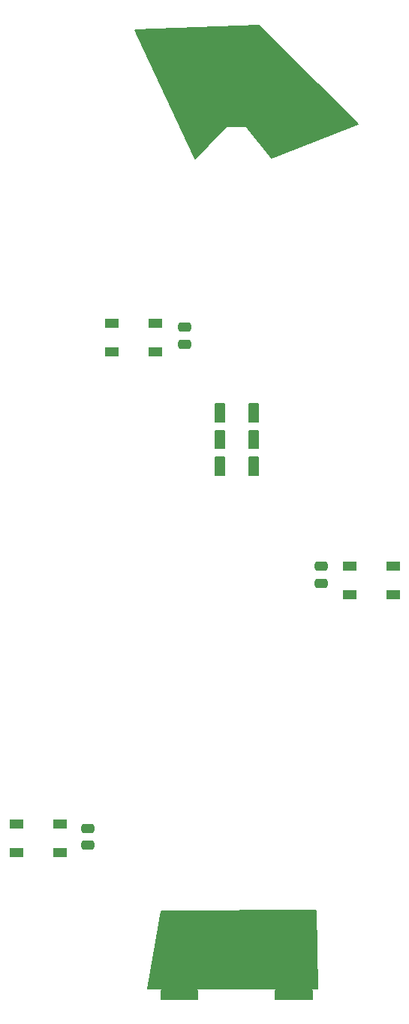
<source format=gts>
%TF.GenerationSoftware,KiCad,Pcbnew,(6.0.7)*%
%TF.CreationDate,2022-11-21T20:11:54+01:00*%
%TF.ProjectId,Arbolito Tronco 2,4172626f-6c69-4746-9f20-54726f6e636f,rev?*%
%TF.SameCoordinates,Original*%
%TF.FileFunction,Soldermask,Top*%
%TF.FilePolarity,Negative*%
%FSLAX46Y46*%
G04 Gerber Fmt 4.6, Leading zero omitted, Abs format (unit mm)*
G04 Created by KiCad (PCBNEW (6.0.7)) date 2022-11-21 20:11:54*
%MOMM*%
%LPD*%
G01*
G04 APERTURE LIST*
G04 Aperture macros list*
%AMRoundRect*
0 Rectangle with rounded corners*
0 $1 Rounding radius*
0 $2 $3 $4 $5 $6 $7 $8 $9 X,Y pos of 4 corners*
0 Add a 4 corners polygon primitive as box body*
4,1,4,$2,$3,$4,$5,$6,$7,$8,$9,$2,$3,0*
0 Add four circle primitives for the rounded corners*
1,1,$1+$1,$2,$3*
1,1,$1+$1,$4,$5*
1,1,$1+$1,$6,$7*
1,1,$1+$1,$8,$9*
0 Add four rect primitives between the rounded corners*
20,1,$1+$1,$2,$3,$4,$5,0*
20,1,$1+$1,$4,$5,$6,$7,0*
20,1,$1+$1,$6,$7,$8,$9,0*
20,1,$1+$1,$8,$9,$2,$3,0*%
G04 Aperture macros list end*
%ADD10C,0.150000*%
%ADD11RoundRect,0.250000X-0.475000X0.250000X-0.475000X-0.250000X0.475000X-0.250000X0.475000X0.250000X0*%
%ADD12R,1.500000X1.000000*%
G04 APERTURE END LIST*
D10*
G36*
X138100000Y-66100000D02*
G01*
X137100000Y-66100000D01*
X137100000Y-64100000D01*
X138100000Y-64100000D01*
X138100000Y-66100000D01*
G37*
X138100000Y-66100000D02*
X137100000Y-66100000D01*
X137100000Y-64100000D01*
X138100000Y-64100000D01*
X138100000Y-66100000D01*
G36*
X135100000Y-128100000D02*
G01*
X131000000Y-128100000D01*
X131000000Y-127100000D01*
X135100000Y-127100000D01*
X135100000Y-128100000D01*
G37*
X135100000Y-128100000D02*
X131000000Y-128100000D01*
X131000000Y-127100000D01*
X135100000Y-127100000D01*
X135100000Y-128100000D01*
G36*
X138100000Y-69100000D02*
G01*
X137100000Y-69100000D01*
X137100000Y-67100000D01*
X138100000Y-67100000D01*
X138100000Y-69100000D01*
G37*
X138100000Y-69100000D02*
X137100000Y-69100000D01*
X137100000Y-67100000D01*
X138100000Y-67100000D01*
X138100000Y-69100000D01*
G36*
X141900000Y-63100000D02*
G01*
X140900000Y-63100000D01*
X140900000Y-61100000D01*
X141900000Y-61100000D01*
X141900000Y-63100000D01*
G37*
X141900000Y-63100000D02*
X140900000Y-63100000D01*
X140900000Y-61100000D01*
X141900000Y-61100000D01*
X141900000Y-63100000D01*
G36*
X148000000Y-128100000D02*
G01*
X143900000Y-128100000D01*
X143900000Y-127100000D01*
X148000000Y-127100000D01*
X148000000Y-128100000D01*
G37*
X148000000Y-128100000D02*
X143900000Y-128100000D01*
X143900000Y-127100000D01*
X148000000Y-127100000D01*
X148000000Y-128100000D01*
G36*
X153200000Y-29600000D02*
G01*
X143450000Y-33400000D01*
X140600000Y-29850000D01*
X138350000Y-29850000D01*
X134850000Y-33450000D01*
X128050000Y-19000000D01*
X142050000Y-18450000D01*
X153200000Y-29600000D01*
G37*
X153200000Y-29600000D02*
X143450000Y-33400000D01*
X140600000Y-29850000D01*
X138350000Y-29850000D01*
X134850000Y-33450000D01*
X128050000Y-19000000D01*
X142050000Y-18450000D01*
X153200000Y-29600000D01*
G36*
X138100000Y-63100000D02*
G01*
X137100000Y-63100000D01*
X137100000Y-61100000D01*
X138100000Y-61100000D01*
X138100000Y-63100000D01*
G37*
X138100000Y-63100000D02*
X137100000Y-63100000D01*
X137100000Y-61100000D01*
X138100000Y-61100000D01*
X138100000Y-63100000D01*
G36*
X141900000Y-66100000D02*
G01*
X140900000Y-66100000D01*
X140900000Y-64100000D01*
X141900000Y-64100000D01*
X141900000Y-66100000D01*
G37*
X141900000Y-66100000D02*
X140900000Y-66100000D01*
X140900000Y-64100000D01*
X141900000Y-64100000D01*
X141900000Y-66100000D01*
G36*
X141900000Y-69100000D02*
G01*
X140900000Y-69100000D01*
X140900000Y-67100000D01*
X141900000Y-67100000D01*
X141900000Y-69100000D01*
G37*
X141900000Y-69100000D02*
X140900000Y-69100000D01*
X140900000Y-67100000D01*
X141900000Y-67100000D01*
X141900000Y-69100000D01*
G36*
X148582930Y-126908609D02*
G01*
X129479346Y-126907462D01*
X130979346Y-118207462D01*
X148478331Y-118117546D01*
X148582930Y-126908609D01*
G37*
X148582930Y-126908609D02*
X129479346Y-126907462D01*
X130979346Y-118207462D01*
X148478331Y-118117546D01*
X148582930Y-126908609D01*
D11*
%TO.C,C16*%
X149050000Y-79400000D03*
X149050000Y-81300000D03*
%TD*%
D12*
%TO.C,U5*%
X125400000Y-52000000D03*
X125400000Y-55200000D03*
X130300000Y-55200000D03*
X130300000Y-52000000D03*
%TD*%
D11*
%TO.C,C12*%
X133600000Y-52450000D03*
X133600000Y-54350000D03*
%TD*%
D12*
%TO.C,U1*%
X114650000Y-108400000D03*
X114650000Y-111600000D03*
X119550000Y-111600000D03*
X119550000Y-108400000D03*
%TD*%
D11*
%TO.C,C14*%
X122700000Y-108900000D03*
X122700000Y-110800000D03*
%TD*%
D12*
%TO.C,U4*%
X152250000Y-79350000D03*
X152250000Y-82550000D03*
X157150000Y-82550000D03*
X157150000Y-79350000D03*
%TD*%
M02*

</source>
